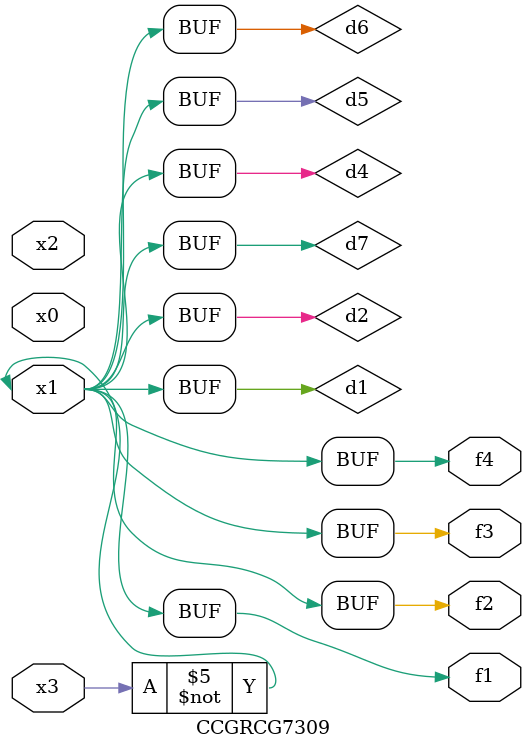
<source format=v>
module CCGRCG7309(
	input x0, x1, x2, x3,
	output f1, f2, f3, f4
);

	wire d1, d2, d3, d4, d5, d6, d7;

	not (d1, x3);
	buf (d2, x1);
	xnor (d3, d1, d2);
	nor (d4, d1);
	buf (d5, d1, d2);
	buf (d6, d4, d5);
	nand (d7, d4);
	assign f1 = d6;
	assign f2 = d7;
	assign f3 = d6;
	assign f4 = d6;
endmodule

</source>
